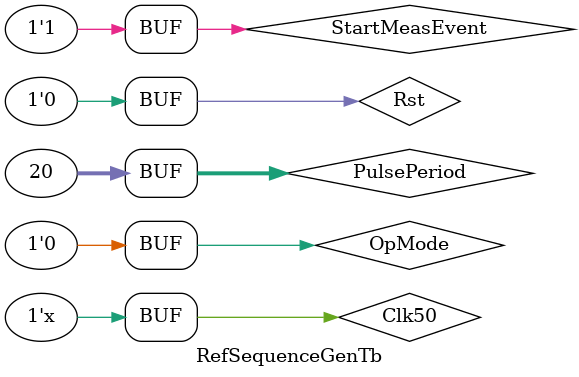
<source format=v>
`timescale 1ns / 1ps
module	RefSequenceGenTb();	

//================================================================================
//	PARAMETERS
	parameter	CmdRegWidth	=	32;
	
//================================================================================
//  REG/WIRE
	reg		Clk50;	
	reg		Rst;	
	reg		OpMode;	
	reg		[CmdRegWidth-1:0]	PulsePeriod;	
	reg		StartMeasEvent;	

//================================================================================
//  ASSIGNMENTS

//================================================================================
//  CODING

	always	#10 Clk50	=	~Clk50;

	initial begin
		Clk50	=	1'b1;
		Rst		=	1'b1;
		OpMode	=	1'b0;
		PulsePeriod		=	32'd0;
		StartMeasEvent	=	1'b0;
		#50
		Rst		=	1'b0;
		PulsePeriod		=	32'd20;
		#20
		OpMode	=	1'b1;
		#100
		StartMeasEvent	=	1'b1;
		#2000	
		OpMode	=	1'b0;
	end	

RefSequenceGen	RefSequenceGenInst
(
	.Rst_i				(Rst),
	.Clk_i				(Clk50),
	.StartMeasEvent_i	(StartMeasEvent),
	
	.OpMode_i			(OpMode),
	.PulsePeriod_i		(PulsePeriod),
	
	.Pulse_o			()
);	
endmodule












</source>
